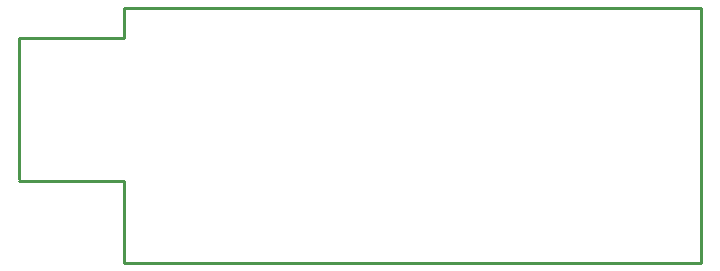
<source format=gko>
G04 EAGLE Gerber RS-274X export*
G75*
%MOMM*%
%FSLAX34Y34*%
%LPD*%
%INOutline*%
%IPPOS*%
%AMOC8*
5,1,8,0,0,1.08239X$1,22.5*%
G01*
%ADD10C,0.254000*%


D10*
X-12700Y77470D02*
X-12700Y196850D01*
X76200Y76200D02*
X76200Y6350D01*
X76200Y196850D02*
X-12700Y196850D01*
X76200Y196850D02*
X76200Y222250D01*
X565150Y222250D01*
X565150Y6350D01*
X76200Y6350D01*
X76200Y76200D02*
X-12700Y76200D01*
M02*

</source>
